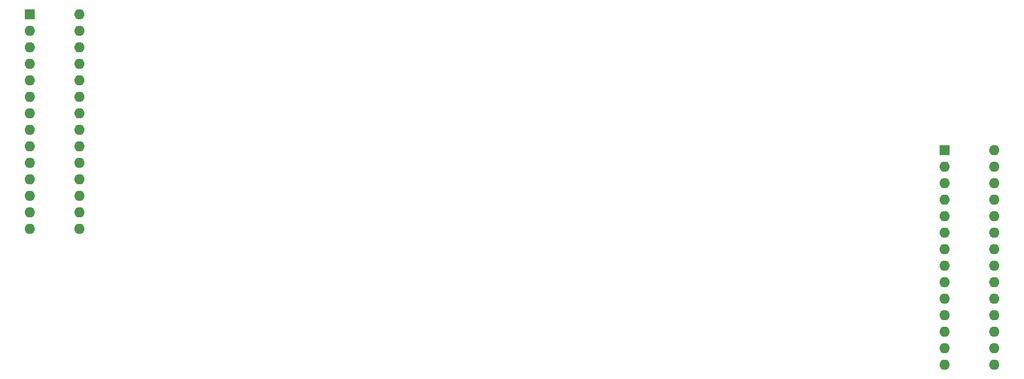
<source format=gbr>
%TF.GenerationSoftware,KiCad,Pcbnew,8.0.3*%
%TF.CreationDate,2024-06-16T03:37:04+05:30*%
%TF.ProjectId,labRF,6c616252-462e-46b6-9963-61645f706362,rev?*%
%TF.SameCoordinates,Original*%
%TF.FileFunction,Soldermask,Bot*%
%TF.FilePolarity,Negative*%
%FSLAX46Y46*%
G04 Gerber Fmt 4.6, Leading zero omitted, Abs format (unit mm)*
G04 Created by KiCad (PCBNEW 8.0.3) date 2024-06-16 03:37:04*
%MOMM*%
%LPD*%
G01*
G04 APERTURE LIST*
%ADD10R,1.600000X1.600000*%
%ADD11O,1.600000X1.600000*%
G04 APERTURE END LIST*
D10*
%TO.C,U2*%
X188880000Y-56140000D03*
D11*
X188880000Y-58680000D03*
X188880000Y-61220000D03*
X188880000Y-63760000D03*
X188880000Y-66300000D03*
X188880000Y-68840000D03*
X188880000Y-71380000D03*
X188880000Y-73920000D03*
X188880000Y-76460000D03*
X188880000Y-79000000D03*
X188880000Y-81540000D03*
X188880000Y-84080000D03*
X188880000Y-86620000D03*
X188880000Y-89160000D03*
X196500000Y-89160000D03*
X196500000Y-86620000D03*
X196500000Y-84080000D03*
X196500000Y-81540000D03*
X196500000Y-79000000D03*
X196500000Y-76460000D03*
X196500000Y-73920000D03*
X196500000Y-71380000D03*
X196500000Y-68840000D03*
X196500000Y-66300000D03*
X196500000Y-63760000D03*
X196500000Y-61220000D03*
X196500000Y-58680000D03*
X196500000Y-56140000D03*
%TD*%
D10*
%TO.C,U1*%
X48380000Y-35220000D03*
D11*
X48380000Y-37760000D03*
X48380000Y-40300000D03*
X48380000Y-42840000D03*
X48380000Y-45380000D03*
X48380000Y-47920000D03*
X48380000Y-50460000D03*
X48380000Y-53000000D03*
X48380000Y-55540000D03*
X48380000Y-58080000D03*
X48380000Y-60620000D03*
X48380000Y-63160000D03*
X48380000Y-65700000D03*
X48380000Y-68240000D03*
X56000000Y-68240000D03*
X56000000Y-65700000D03*
X56000000Y-63160000D03*
X56000000Y-60620000D03*
X56000000Y-58080000D03*
X56000000Y-55540000D03*
X56000000Y-53000000D03*
X56000000Y-50460000D03*
X56000000Y-47920000D03*
X56000000Y-45380000D03*
X56000000Y-42840000D03*
X56000000Y-40300000D03*
X56000000Y-37760000D03*
X56000000Y-35220000D03*
%TD*%
M02*

</source>
